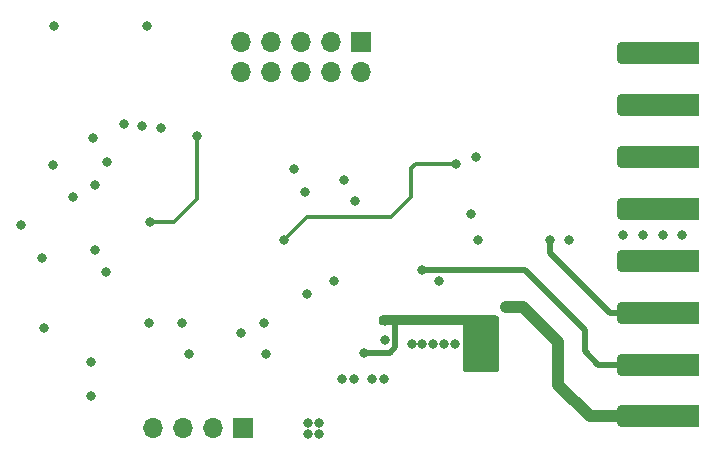
<source format=gbr>
%TF.GenerationSoftware,KiCad,Pcbnew,(6.0.8)*%
%TF.CreationDate,2022-10-15T22:51:14+02:00*%
%TF.ProjectId,stm_v3,73746d5f-7633-42e6-9b69-6361645f7063,rev?*%
%TF.SameCoordinates,Original*%
%TF.FileFunction,Copper,L4,Bot*%
%TF.FilePolarity,Positive*%
%FSLAX46Y46*%
G04 Gerber Fmt 4.6, Leading zero omitted, Abs format (unit mm)*
G04 Created by KiCad (PCBNEW (6.0.8)) date 2022-10-15 22:51:14*
%MOMM*%
%LPD*%
G01*
G04 APERTURE LIST*
G04 Aperture macros list*
%AMFreePoly0*
4,1,17,-0.950000,3.025000,-0.941586,3.114006,-0.894789,3.247267,-0.810876,3.360876,-0.697267,3.444789,-0.564006,3.491586,-0.475000,3.500000,0.475000,3.500000,0.564006,3.491586,0.697267,3.444789,0.810876,3.360876,0.894789,3.247267,0.941586,3.114006,0.950000,3.025000,0.950000,-3.500000,-0.950000,-3.500000,-0.950000,3.025000,-0.950000,3.025000,$1*%
G04 Aperture macros list end*
%TA.AperFunction,ConnectorPad*%
%ADD10FreePoly0,90.000000*%
%TD*%
%TA.AperFunction,ComponentPad*%
%ADD11R,1.700000X1.700000*%
%TD*%
%TA.AperFunction,ComponentPad*%
%ADD12O,1.700000X1.700000*%
%TD*%
%TA.AperFunction,ViaPad*%
%ADD13C,0.800000*%
%TD*%
%TA.AperFunction,Conductor*%
%ADD14C,0.300000*%
%TD*%
%TA.AperFunction,Conductor*%
%ADD15C,0.500000*%
%TD*%
%TA.AperFunction,Conductor*%
%ADD16C,1.000000*%
%TD*%
G04 APERTURE END LIST*
D10*
%TO.P,J3,9,NC*%
%TO.N,unconnected-(J3-Pad9)*%
X180900000Y-70905000D03*
%TO.P,J3,10,J1850_BUS-*%
%TO.N,unconnected-(J3-Pad10)*%
X180900000Y-75305000D03*
%TO.P,J3,11,NC*%
%TO.N,unconnected-(J3-Pad11)*%
X180900000Y-79705000D03*
%TO.P,J3,12,NC*%
%TO.N,unconnected-(J3-Pad12)*%
X180900000Y-84105000D03*
%TO.P,J3,13,NC*%
%TO.N,unconnected-(J3-Pad13)*%
X180900000Y-88505000D03*
%TO.P,J3,14,CAN_L*%
%TO.N,CAN_L*%
X180900000Y-92905000D03*
%TO.P,J3,15,L_Line*%
%TO.N,ISO_L*%
X180900000Y-97305000D03*
%TO.P,J3,16,+12*%
%TO.N,+12V*%
X180900000Y-101705000D03*
%TD*%
D11*
%TO.P,J2,1,Pin_1*%
%TO.N,/SDA*%
X145770000Y-102720000D03*
D12*
%TO.P,J2,2,Pin_2*%
%TO.N,/SCL*%
X143230000Y-102720000D03*
%TO.P,J2,3,Pin_3*%
%TO.N,+3.3V*%
X140690000Y-102720000D03*
%TO.P,J2,4,Pin_4*%
%TO.N,GND*%
X138150000Y-102720000D03*
%TD*%
%TO.P,J1,10,Pin_10*%
%TO.N,/N_RST*%
X145665000Y-72535000D03*
%TO.P,J1,9,Pin_9*%
%TO.N,GND*%
X145665000Y-69995000D03*
%TO.P,J1,8,Pin_8*%
%TO.N,unconnected-(J1-Pad8)*%
X148205000Y-72535000D03*
%TO.P,J1,7,Pin_7*%
%TO.N,unconnected-(J1-Pad7)*%
X148205000Y-69995000D03*
%TO.P,J1,6,Pin_6*%
%TO.N,/SW_O*%
X150745000Y-72535000D03*
%TO.P,J1,5,Pin_5*%
%TO.N,GND*%
X150745000Y-69995000D03*
%TO.P,J1,4,Pin_4*%
%TO.N,/SW_CLK*%
X153285000Y-72535000D03*
%TO.P,J1,3,Pin_3*%
%TO.N,GND*%
X153285000Y-69995000D03*
%TO.P,J1,2,Pin_2*%
%TO.N,/SW_DIO*%
X155825000Y-72535000D03*
D11*
%TO.P,J1,1,Pin_1*%
%TO.N,+3.3V*%
X155825000Y-69995000D03*
%TD*%
D13*
%TO.N,GND*%
X165700000Y-86790000D03*
X162440000Y-90240000D03*
%TO.N,ISO_L*%
X160980000Y-89290000D03*
%TO.N,GND*%
X153550000Y-90240000D03*
%TO.N,NRST*%
X141930000Y-77980000D03*
%TO.N,+3.3V*%
X147720000Y-96400000D03*
X147600000Y-93750000D03*
X140650000Y-93750000D03*
X150150000Y-80750000D03*
X129770000Y-68650000D03*
X152250000Y-102250000D03*
X134200000Y-89500000D03*
X133250000Y-82100000D03*
X152250000Y-103150000D03*
X151350000Y-103150000D03*
X151350000Y-102250000D03*
X155270000Y-83490000D03*
X135750000Y-76950000D03*
X137250000Y-77150000D03*
X141270000Y-96440000D03*
%TO.N,GND*%
X173390000Y-86750000D03*
X154370000Y-81690000D03*
X165546250Y-79710000D03*
X151250000Y-91350000D03*
X134250000Y-80200000D03*
X128800000Y-88300000D03*
X156750000Y-98550000D03*
X160100000Y-95550000D03*
X157850000Y-95200000D03*
X163750000Y-95550000D03*
X128950000Y-94250000D03*
X129750000Y-80450000D03*
X137850000Y-93750000D03*
X151050000Y-82700000D03*
X181350000Y-86305000D03*
X145600000Y-94650000D03*
X132900000Y-97050000D03*
X162800000Y-95550000D03*
X157750000Y-98550000D03*
X154200000Y-98500000D03*
X132920000Y-99940000D03*
X131400000Y-83150000D03*
X161900000Y-95550000D03*
X178000000Y-86305000D03*
X183000000Y-86305000D03*
X133100000Y-78150000D03*
X137710000Y-68650000D03*
X133300000Y-87600000D03*
X155200000Y-98500000D03*
X179700000Y-86305000D03*
X127050000Y-85450000D03*
X138900000Y-77250000D03*
X161000000Y-95550000D03*
X165110000Y-84580000D03*
%TO.N,NRST*%
X137950000Y-85250000D03*
%TO.N,+12V*%
X169500000Y-92450000D03*
X168100000Y-92450000D03*
%TO.N,CAN_L*%
X171830000Y-86760000D03*
%TO.N,CAN_S*%
X163870000Y-80290000D03*
X149300000Y-86750000D03*
%TO.N,/Power Supply/SW*%
X157800000Y-93600000D03*
X165010000Y-97250000D03*
X156050000Y-96330000D03*
X158700000Y-93600000D03*
X165960000Y-97250000D03*
X166960000Y-97250000D03*
%TD*%
D14*
%TO.N,CAN_S*%
X160070000Y-83100000D02*
X160070000Y-80640000D01*
X158340000Y-84830000D02*
X160070000Y-83100000D01*
X151220000Y-84830000D02*
X158340000Y-84830000D01*
X160070000Y-80640000D02*
X160420000Y-80290000D01*
X160420000Y-80290000D02*
X163870000Y-80290000D01*
X149300000Y-86750000D02*
X151220000Y-84830000D01*
D15*
%TO.N,CAN_L*%
X171830000Y-87840000D02*
X171830000Y-86760000D01*
X176895000Y-92905000D02*
X171830000Y-87840000D01*
X180900000Y-92905000D02*
X176895000Y-92905000D01*
%TO.N,ISO_L*%
X174720000Y-96190000D02*
X175835000Y-97305000D01*
X174720000Y-94370000D02*
X174720000Y-96190000D01*
X169640000Y-89290000D02*
X174720000Y-94370000D01*
X175835000Y-97305000D02*
X180900000Y-97305000D01*
X160980000Y-89290000D02*
X169640000Y-89290000D01*
D14*
%TO.N,NRST*%
X141930000Y-83320000D02*
X141930000Y-77980000D01*
X140000000Y-85250000D02*
X141930000Y-83320000D01*
D16*
%TO.N,+12V*%
X169500000Y-92450000D02*
X172450000Y-95400000D01*
X172450000Y-95400000D02*
X172450000Y-99000000D01*
X172450000Y-99000000D02*
X175155000Y-101705000D01*
X175155000Y-101705000D02*
X180900000Y-101705000D01*
D14*
%TO.N,NRST*%
X140000000Y-85250000D02*
X137950000Y-85250000D01*
D16*
%TO.N,+12V*%
X169500000Y-92450000D02*
X168100000Y-92450000D01*
D15*
%TO.N,/Power Supply/SW*%
X158220000Y-96330000D02*
X156050000Y-96330000D01*
X158700000Y-93600000D02*
X158700000Y-95850000D01*
X158700000Y-95850000D02*
X158220000Y-96330000D01*
%TD*%
%TA.AperFunction,Conductor*%
%TO.N,/Power Supply/SW*%
G36*
X167229561Y-93151902D02*
G01*
X167296356Y-93165188D01*
X167332044Y-93179970D01*
X167380403Y-93212282D01*
X167407718Y-93239597D01*
X167440030Y-93287956D01*
X167454812Y-93323644D01*
X167468098Y-93390439D01*
X167470000Y-93409752D01*
X167470000Y-97700248D01*
X167468098Y-97719561D01*
X167454812Y-97786356D01*
X167440030Y-97822044D01*
X167407718Y-97870403D01*
X167380403Y-97897718D01*
X167332044Y-97930030D01*
X167296356Y-97944812D01*
X167229561Y-97958098D01*
X167210248Y-97960000D01*
X164699752Y-97960000D01*
X164680439Y-97958098D01*
X164613644Y-97944812D01*
X164577956Y-97930030D01*
X164529597Y-97897718D01*
X164502282Y-97870403D01*
X164469970Y-97822044D01*
X164455188Y-97786356D01*
X164441902Y-97719561D01*
X164440000Y-97700248D01*
X164440000Y-94000000D01*
X157559752Y-94000000D01*
X157540439Y-93998098D01*
X157473644Y-93984812D01*
X157437956Y-93970030D01*
X157389597Y-93937718D01*
X157362282Y-93910403D01*
X157329970Y-93862044D01*
X157315188Y-93826356D01*
X157301902Y-93759561D01*
X157300000Y-93740248D01*
X157300000Y-93409752D01*
X157301902Y-93390439D01*
X157315188Y-93323644D01*
X157329970Y-93287956D01*
X157362282Y-93239597D01*
X157389597Y-93212282D01*
X157437956Y-93179970D01*
X157473644Y-93165188D01*
X157540439Y-93151902D01*
X157559752Y-93150000D01*
X167210248Y-93150000D01*
X167229561Y-93151902D01*
G37*
%TD.AperFunction*%
%TD*%
M02*

</source>
